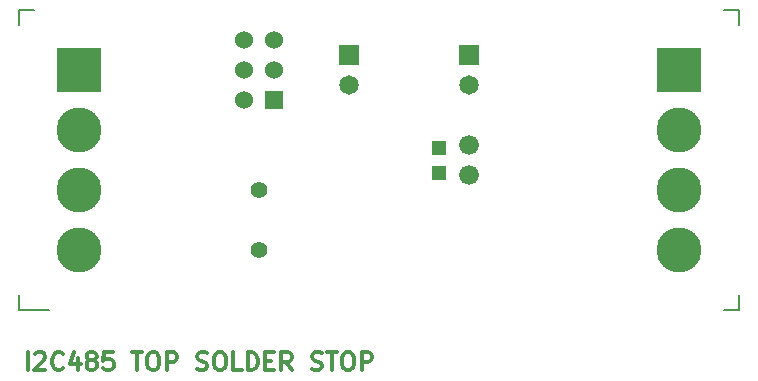
<source format=gbr>
G04 (created by PCBNEW (2013-07-07 BZR 4022)-stable) date 30.7.2014 9:50:12*
%MOIN*%
G04 Gerber Fmt 3.4, Leading zero omitted, Abs format*
%FSLAX34Y34*%
G01*
G70*
G90*
G04 APERTURE LIST*
%ADD10C,0.00590551*%
%ADD11C,0.00787402*%
%ADD12C,0.011811*%
%ADD13R,0.06X0.06*%
%ADD14C,0.06*%
%ADD15C,0.056*%
%ADD16R,0.065X0.065*%
%ADD17C,0.065*%
%ADD18C,0.15*%
%ADD19R,0.15X0.15*%
%ADD20C,0.066*%
%ADD21R,0.0472X0.0472*%
G04 APERTURE END LIST*
G54D10*
G54D11*
X11500Y-10000D02*
X11500Y-10500D01*
X12000Y-10000D02*
X11500Y-10000D01*
X35500Y-10000D02*
X35000Y-10000D01*
X35500Y-10500D02*
X35500Y-10000D01*
X35500Y-20000D02*
X35500Y-19500D01*
X35000Y-20000D02*
X35500Y-20000D01*
X11500Y-20000D02*
X12500Y-20000D01*
X11500Y-19500D02*
X11500Y-20000D01*
G54D12*
X11777Y-21989D02*
X11777Y-21398D01*
X12030Y-21454D02*
X12058Y-21426D01*
X12114Y-21398D01*
X12255Y-21398D01*
X12311Y-21426D01*
X12339Y-21454D01*
X12367Y-21510D01*
X12367Y-21567D01*
X12339Y-21651D01*
X12002Y-21989D01*
X12367Y-21989D01*
X12958Y-21932D02*
X12930Y-21960D01*
X12845Y-21989D01*
X12789Y-21989D01*
X12705Y-21960D01*
X12649Y-21904D01*
X12620Y-21848D01*
X12592Y-21735D01*
X12592Y-21651D01*
X12620Y-21539D01*
X12649Y-21482D01*
X12705Y-21426D01*
X12789Y-21398D01*
X12845Y-21398D01*
X12930Y-21426D01*
X12958Y-21454D01*
X13464Y-21595D02*
X13464Y-21989D01*
X13323Y-21370D02*
X13183Y-21792D01*
X13548Y-21792D01*
X13858Y-21651D02*
X13802Y-21623D01*
X13773Y-21595D01*
X13745Y-21539D01*
X13745Y-21510D01*
X13773Y-21454D01*
X13802Y-21426D01*
X13858Y-21398D01*
X13970Y-21398D01*
X14026Y-21426D01*
X14055Y-21454D01*
X14083Y-21510D01*
X14083Y-21539D01*
X14055Y-21595D01*
X14026Y-21623D01*
X13970Y-21651D01*
X13858Y-21651D01*
X13802Y-21679D01*
X13773Y-21707D01*
X13745Y-21764D01*
X13745Y-21876D01*
X13773Y-21932D01*
X13802Y-21960D01*
X13858Y-21989D01*
X13970Y-21989D01*
X14026Y-21960D01*
X14055Y-21932D01*
X14083Y-21876D01*
X14083Y-21764D01*
X14055Y-21707D01*
X14026Y-21679D01*
X13970Y-21651D01*
X14617Y-21398D02*
X14336Y-21398D01*
X14308Y-21679D01*
X14336Y-21651D01*
X14392Y-21623D01*
X14533Y-21623D01*
X14589Y-21651D01*
X14617Y-21679D01*
X14645Y-21735D01*
X14645Y-21876D01*
X14617Y-21932D01*
X14589Y-21960D01*
X14533Y-21989D01*
X14392Y-21989D01*
X14336Y-21960D01*
X14308Y-21932D01*
X15264Y-21398D02*
X15601Y-21398D01*
X15433Y-21989D02*
X15433Y-21398D01*
X15911Y-21398D02*
X16023Y-21398D01*
X16079Y-21426D01*
X16136Y-21482D01*
X16164Y-21595D01*
X16164Y-21792D01*
X16136Y-21904D01*
X16079Y-21960D01*
X16023Y-21989D01*
X15911Y-21989D01*
X15854Y-21960D01*
X15798Y-21904D01*
X15770Y-21792D01*
X15770Y-21595D01*
X15798Y-21482D01*
X15854Y-21426D01*
X15911Y-21398D01*
X16417Y-21989D02*
X16417Y-21398D01*
X16642Y-21398D01*
X16698Y-21426D01*
X16726Y-21454D01*
X16754Y-21510D01*
X16754Y-21595D01*
X16726Y-21651D01*
X16698Y-21679D01*
X16642Y-21707D01*
X16417Y-21707D01*
X17429Y-21960D02*
X17514Y-21989D01*
X17654Y-21989D01*
X17710Y-21960D01*
X17739Y-21932D01*
X17767Y-21876D01*
X17767Y-21820D01*
X17739Y-21764D01*
X17710Y-21735D01*
X17654Y-21707D01*
X17542Y-21679D01*
X17485Y-21651D01*
X17457Y-21623D01*
X17429Y-21567D01*
X17429Y-21510D01*
X17457Y-21454D01*
X17485Y-21426D01*
X17542Y-21398D01*
X17682Y-21398D01*
X17767Y-21426D01*
X18132Y-21398D02*
X18245Y-21398D01*
X18301Y-21426D01*
X18357Y-21482D01*
X18385Y-21595D01*
X18385Y-21792D01*
X18357Y-21904D01*
X18301Y-21960D01*
X18245Y-21989D01*
X18132Y-21989D01*
X18076Y-21960D01*
X18020Y-21904D01*
X17992Y-21792D01*
X17992Y-21595D01*
X18020Y-21482D01*
X18076Y-21426D01*
X18132Y-21398D01*
X18920Y-21989D02*
X18638Y-21989D01*
X18638Y-21398D01*
X19116Y-21989D02*
X19116Y-21398D01*
X19257Y-21398D01*
X19341Y-21426D01*
X19398Y-21482D01*
X19426Y-21539D01*
X19454Y-21651D01*
X19454Y-21735D01*
X19426Y-21848D01*
X19398Y-21904D01*
X19341Y-21960D01*
X19257Y-21989D01*
X19116Y-21989D01*
X19707Y-21679D02*
X19904Y-21679D01*
X19988Y-21989D02*
X19707Y-21989D01*
X19707Y-21398D01*
X19988Y-21398D01*
X20579Y-21989D02*
X20382Y-21707D01*
X20241Y-21989D02*
X20241Y-21398D01*
X20466Y-21398D01*
X20523Y-21426D01*
X20551Y-21454D01*
X20579Y-21510D01*
X20579Y-21595D01*
X20551Y-21651D01*
X20523Y-21679D01*
X20466Y-21707D01*
X20241Y-21707D01*
X21254Y-21960D02*
X21338Y-21989D01*
X21479Y-21989D01*
X21535Y-21960D01*
X21563Y-21932D01*
X21591Y-21876D01*
X21591Y-21820D01*
X21563Y-21764D01*
X21535Y-21735D01*
X21479Y-21707D01*
X21366Y-21679D01*
X21310Y-21651D01*
X21282Y-21623D01*
X21254Y-21567D01*
X21254Y-21510D01*
X21282Y-21454D01*
X21310Y-21426D01*
X21366Y-21398D01*
X21507Y-21398D01*
X21591Y-21426D01*
X21760Y-21398D02*
X22097Y-21398D01*
X21929Y-21989D02*
X21929Y-21398D01*
X22407Y-21398D02*
X22519Y-21398D01*
X22575Y-21426D01*
X22632Y-21482D01*
X22660Y-21595D01*
X22660Y-21792D01*
X22632Y-21904D01*
X22575Y-21960D01*
X22519Y-21989D01*
X22407Y-21989D01*
X22350Y-21960D01*
X22294Y-21904D01*
X22266Y-21792D01*
X22266Y-21595D01*
X22294Y-21482D01*
X22350Y-21426D01*
X22407Y-21398D01*
X22913Y-21989D02*
X22913Y-21398D01*
X23138Y-21398D01*
X23194Y-21426D01*
X23222Y-21454D01*
X23250Y-21510D01*
X23250Y-21595D01*
X23222Y-21651D01*
X23194Y-21679D01*
X23138Y-21707D01*
X22913Y-21707D01*
G54D13*
X20000Y-13000D03*
G54D14*
X19000Y-13000D03*
X20000Y-12000D03*
X19000Y-12000D03*
X20000Y-11000D03*
X19000Y-11000D03*
G54D15*
X19500Y-16000D03*
X19500Y-18000D03*
G54D16*
X26500Y-11500D03*
G54D17*
X26500Y-12500D03*
G54D16*
X22500Y-11500D03*
G54D17*
X22500Y-12500D03*
G54D18*
X13500Y-14000D03*
X13500Y-16000D03*
G54D19*
X13500Y-12000D03*
G54D18*
X13500Y-18000D03*
X33500Y-14000D03*
X33500Y-16000D03*
G54D19*
X33500Y-12000D03*
G54D18*
X33500Y-18000D03*
G54D20*
X26500Y-15500D03*
X26500Y-14500D03*
G54D21*
X25500Y-15413D03*
X25500Y-14587D03*
M02*

</source>
